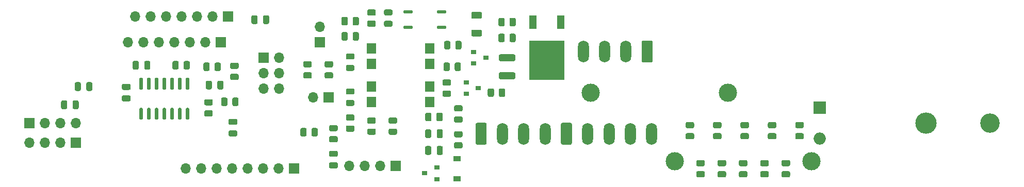
<source format=gts>
G04 #@! TF.GenerationSoftware,KiCad,Pcbnew,(5.1.9-0-10_14)*
G04 #@! TF.CreationDate,2023-05-20T00:30:08-04:00*
G04 #@! TF.ProjectId,LiBCM-Daughterboard,4c694243-4d2d-4446-9175-676874657262,A*
G04 #@! TF.SameCoordinates,Original*
G04 #@! TF.FileFunction,Soldermask,Top*
G04 #@! TF.FilePolarity,Negative*
%FSLAX46Y46*%
G04 Gerber Fmt 4.6, Leading zero omitted, Abs format (unit mm)*
G04 Created by KiCad (PCBNEW (5.1.9-0-10_14)) date 2023-05-20 00:30:08*
%MOMM*%
%LPD*%
G01*
G04 APERTURE LIST*
%ADD10C,3.000000*%
%ADD11R,1.200000X2.200000*%
%ADD12R,5.800000X6.400000*%
%ADD13O,1.700000X1.700000*%
%ADD14R,1.700000X1.700000*%
%ADD15R,0.900000X0.800000*%
%ADD16O,1.800000X3.600000*%
%ADD17R,1.500000X1.780000*%
%ADD18O,3.500000X3.500000*%
%ADD19R,2.000000X2.000000*%
%ADD20O,2.000000X2.000000*%
%ADD21C,3.200000*%
%ADD22R,1.200000X0.900000*%
G04 APERTURE END LIST*
D10*
G04 #@! TO.C,F1*
X213500000Y-140750000D03*
X191000000Y-140750000D03*
G04 #@! TD*
D11*
G04 #@! TO.C,Q1*
X186030000Y-129150000D03*
X181470000Y-129150000D03*
D12*
X183750000Y-135450000D03*
G04 #@! TD*
D10*
G04 #@! TO.C,F2*
X204750000Y-152000000D03*
X227250000Y-152000000D03*
G04 #@! TD*
G04 #@! TO.C,C2*
G36*
G01*
X106950000Y-142275000D02*
X106950000Y-143225000D01*
G75*
G02*
X106700000Y-143475000I-250000J0D01*
G01*
X106200000Y-143475000D01*
G75*
G02*
X105950000Y-143225000I0J250000D01*
G01*
X105950000Y-142275000D01*
G75*
G02*
X106200000Y-142025000I250000J0D01*
G01*
X106700000Y-142025000D01*
G75*
G02*
X106950000Y-142275000I0J-250000D01*
G01*
G37*
G36*
G01*
X105050000Y-142275000D02*
X105050000Y-143225000D01*
G75*
G02*
X104800000Y-143475000I-250000J0D01*
G01*
X104300000Y-143475000D01*
G75*
G02*
X104050000Y-143225000I0J250000D01*
G01*
X104050000Y-142275000D01*
G75*
G02*
X104300000Y-142025000I250000J0D01*
G01*
X104800000Y-142025000D01*
G75*
G02*
X105050000Y-142275000I0J-250000D01*
G01*
G37*
G04 #@! TD*
G04 #@! TO.C,C3*
G36*
G01*
X135300000Y-129225000D02*
X135300000Y-128275000D01*
G75*
G02*
X135550000Y-128025000I250000J0D01*
G01*
X136050000Y-128025000D01*
G75*
G02*
X136300000Y-128275000I0J-250000D01*
G01*
X136300000Y-129225000D01*
G75*
G02*
X136050000Y-129475000I-250000J0D01*
G01*
X135550000Y-129475000D01*
G75*
G02*
X135300000Y-129225000I0J250000D01*
G01*
G37*
G36*
G01*
X137200000Y-129225000D02*
X137200000Y-128275000D01*
G75*
G02*
X137450000Y-128025000I250000J0D01*
G01*
X137950000Y-128025000D01*
G75*
G02*
X138200000Y-128275000I0J-250000D01*
G01*
X138200000Y-129225000D01*
G75*
G02*
X137950000Y-129475000I-250000J0D01*
G01*
X137450000Y-129475000D01*
G75*
G02*
X137200000Y-129225000I0J250000D01*
G01*
G37*
G04 #@! TD*
G04 #@! TO.C,C1*
G36*
G01*
X128800000Y-139025000D02*
X128800000Y-139975000D01*
G75*
G02*
X128550000Y-140225000I-250000J0D01*
G01*
X128050000Y-140225000D01*
G75*
G02*
X127800000Y-139975000I0J250000D01*
G01*
X127800000Y-139025000D01*
G75*
G02*
X128050000Y-138775000I250000J0D01*
G01*
X128550000Y-138775000D01*
G75*
G02*
X128800000Y-139025000I0J-250000D01*
G01*
G37*
G36*
G01*
X130700000Y-139025000D02*
X130700000Y-139975000D01*
G75*
G02*
X130450000Y-140225000I-250000J0D01*
G01*
X129950000Y-140225000D01*
G75*
G02*
X129700000Y-139975000I0J250000D01*
G01*
X129700000Y-139025000D01*
G75*
G02*
X129950000Y-138775000I250000J0D01*
G01*
X130450000Y-138775000D01*
G75*
G02*
X130700000Y-139025000I0J-250000D01*
G01*
G37*
G04 #@! TD*
G04 #@! TO.C,C7*
G36*
G01*
X166700000Y-149775000D02*
X166700000Y-150725000D01*
G75*
G02*
X166450000Y-150975000I-250000J0D01*
G01*
X165950000Y-150975000D01*
G75*
G02*
X165700000Y-150725000I0J250000D01*
G01*
X165700000Y-149775000D01*
G75*
G02*
X165950000Y-149525000I250000J0D01*
G01*
X166450000Y-149525000D01*
G75*
G02*
X166700000Y-149775000I0J-250000D01*
G01*
G37*
G36*
G01*
X164800000Y-149775000D02*
X164800000Y-150725000D01*
G75*
G02*
X164550000Y-150975000I-250000J0D01*
G01*
X164050000Y-150975000D01*
G75*
G02*
X163800000Y-150725000I0J250000D01*
G01*
X163800000Y-149775000D01*
G75*
G02*
X164050000Y-149525000I250000J0D01*
G01*
X164550000Y-149525000D01*
G75*
G02*
X164800000Y-149775000I0J-250000D01*
G01*
G37*
G04 #@! TD*
D13*
G04 #@! TO.C,J3*
X116250000Y-128250000D03*
X118790000Y-128250000D03*
X121330000Y-128250000D03*
X123870000Y-128250000D03*
X126410000Y-128250000D03*
X128950000Y-128250000D03*
D14*
X131490000Y-128250000D03*
G04 #@! TD*
G04 #@! TO.C,J4*
X130250000Y-132500000D03*
D13*
X127710000Y-132500000D03*
X125170000Y-132500000D03*
X122630000Y-132500000D03*
X120090000Y-132500000D03*
X117550000Y-132500000D03*
X115010000Y-132500000D03*
G04 #@! TD*
D14*
G04 #@! TO.C,J9*
X159000000Y-152750000D03*
D13*
X156460000Y-152750000D03*
X153920000Y-152750000D03*
X151380000Y-152750000D03*
G04 #@! TD*
G04 #@! TO.C,R13*
G36*
G01*
X154549998Y-146650000D02*
X155450002Y-146650000D01*
G75*
G02*
X155700000Y-146899998I0J-249998D01*
G01*
X155700000Y-147425002D01*
G75*
G02*
X155450002Y-147675000I-249998J0D01*
G01*
X154549998Y-147675000D01*
G75*
G02*
X154300000Y-147425002I0J249998D01*
G01*
X154300000Y-146899998D01*
G75*
G02*
X154549998Y-146650000I249998J0D01*
G01*
G37*
G36*
G01*
X154549998Y-144825000D02*
X155450002Y-144825000D01*
G75*
G02*
X155700000Y-145074998I0J-249998D01*
G01*
X155700000Y-145600002D01*
G75*
G02*
X155450002Y-145850000I-249998J0D01*
G01*
X154549998Y-145850000D01*
G75*
G02*
X154300000Y-145600002I0J249998D01*
G01*
X154300000Y-145074998D01*
G75*
G02*
X154549998Y-144825000I249998J0D01*
G01*
G37*
G04 #@! TD*
G04 #@! TO.C,R11*
G36*
G01*
X144049998Y-135575000D02*
X144950002Y-135575000D01*
G75*
G02*
X145200000Y-135824998I0J-249998D01*
G01*
X145200000Y-136350002D01*
G75*
G02*
X144950002Y-136600000I-249998J0D01*
G01*
X144049998Y-136600000D01*
G75*
G02*
X143800000Y-136350002I0J249998D01*
G01*
X143800000Y-135824998D01*
G75*
G02*
X144049998Y-135575000I249998J0D01*
G01*
G37*
G36*
G01*
X144049998Y-137400000D02*
X144950002Y-137400000D01*
G75*
G02*
X145200000Y-137649998I0J-249998D01*
G01*
X145200000Y-138175002D01*
G75*
G02*
X144950002Y-138425000I-249998J0D01*
G01*
X144049998Y-138425000D01*
G75*
G02*
X143800000Y-138175002I0J249998D01*
G01*
X143800000Y-137649998D01*
G75*
G02*
X144049998Y-137400000I249998J0D01*
G01*
G37*
G04 #@! TD*
G04 #@! TO.C,R8*
G36*
G01*
X152925000Y-131049998D02*
X152925000Y-131950002D01*
G75*
G02*
X152675002Y-132200000I-249998J0D01*
G01*
X152149998Y-132200000D01*
G75*
G02*
X151900000Y-131950002I0J249998D01*
G01*
X151900000Y-131049998D01*
G75*
G02*
X152149998Y-130800000I249998J0D01*
G01*
X152675002Y-130800000D01*
G75*
G02*
X152925000Y-131049998I0J-249998D01*
G01*
G37*
G36*
G01*
X151100000Y-131049998D02*
X151100000Y-131950002D01*
G75*
G02*
X150850002Y-132200000I-249998J0D01*
G01*
X150324998Y-132200000D01*
G75*
G02*
X150075000Y-131950002I0J249998D01*
G01*
X150075000Y-131049998D01*
G75*
G02*
X150324998Y-130800000I249998J0D01*
G01*
X150850002Y-130800000D01*
G75*
G02*
X151100000Y-131049998I0J-249998D01*
G01*
G37*
G04 #@! TD*
G04 #@! TO.C,R9*
G36*
G01*
X154549998Y-128900000D02*
X155450002Y-128900000D01*
G75*
G02*
X155700000Y-129149998I0J-249998D01*
G01*
X155700000Y-129675002D01*
G75*
G02*
X155450002Y-129925000I-249998J0D01*
G01*
X154549998Y-129925000D01*
G75*
G02*
X154300000Y-129675002I0J249998D01*
G01*
X154300000Y-129149998D01*
G75*
G02*
X154549998Y-128900000I249998J0D01*
G01*
G37*
G36*
G01*
X154549998Y-127075000D02*
X155450002Y-127075000D01*
G75*
G02*
X155700000Y-127324998I0J-249998D01*
G01*
X155700000Y-127850002D01*
G75*
G02*
X155450002Y-128100000I-249998J0D01*
G01*
X154549998Y-128100000D01*
G75*
G02*
X154300000Y-127850002I0J249998D01*
G01*
X154300000Y-127324998D01*
G75*
G02*
X154549998Y-127075000I249998J0D01*
G01*
G37*
G04 #@! TD*
G04 #@! TO.C,R10*
G36*
G01*
X151100000Y-128549998D02*
X151100000Y-129450002D01*
G75*
G02*
X150850002Y-129700000I-249998J0D01*
G01*
X150324998Y-129700000D01*
G75*
G02*
X150075000Y-129450002I0J249998D01*
G01*
X150075000Y-128549998D01*
G75*
G02*
X150324998Y-128300000I249998J0D01*
G01*
X150850002Y-128300000D01*
G75*
G02*
X151100000Y-128549998I0J-249998D01*
G01*
G37*
G36*
G01*
X152925000Y-128549998D02*
X152925000Y-129450002D01*
G75*
G02*
X152675002Y-129700000I-249998J0D01*
G01*
X152149998Y-129700000D01*
G75*
G02*
X151900000Y-129450002I0J249998D01*
G01*
X151900000Y-128549998D01*
G75*
G02*
X152149998Y-128300000I249998J0D01*
G01*
X152675002Y-128300000D01*
G75*
G02*
X152925000Y-128549998I0J-249998D01*
G01*
G37*
G04 #@! TD*
G04 #@! TO.C,R15*
G36*
G01*
X171624997Y-127475000D02*
X172875003Y-127475000D01*
G75*
G02*
X173125000Y-127724997I0J-249997D01*
G01*
X173125000Y-128350003D01*
G75*
G02*
X172875003Y-128600000I-249997J0D01*
G01*
X171624997Y-128600000D01*
G75*
G02*
X171375000Y-128350003I0J249997D01*
G01*
X171375000Y-127724997D01*
G75*
G02*
X171624997Y-127475000I249997J0D01*
G01*
G37*
G36*
G01*
X171624997Y-130400000D02*
X172875003Y-130400000D01*
G75*
G02*
X173125000Y-130649997I0J-249997D01*
G01*
X173125000Y-131275003D01*
G75*
G02*
X172875003Y-131525000I-249997J0D01*
G01*
X171624997Y-131525000D01*
G75*
G02*
X171375000Y-131275003I0J249997D01*
G01*
X171375000Y-130649997D01*
G75*
G02*
X171624997Y-130400000I249997J0D01*
G01*
G37*
G04 #@! TD*
G04 #@! TO.C,R16*
G36*
G01*
X211299998Y-147400000D02*
X212200002Y-147400000D01*
G75*
G02*
X212450000Y-147649998I0J-249998D01*
G01*
X212450000Y-148175002D01*
G75*
G02*
X212200002Y-148425000I-249998J0D01*
G01*
X211299998Y-148425000D01*
G75*
G02*
X211050000Y-148175002I0J249998D01*
G01*
X211050000Y-147649998D01*
G75*
G02*
X211299998Y-147400000I249998J0D01*
G01*
G37*
G36*
G01*
X211299998Y-145575000D02*
X212200002Y-145575000D01*
G75*
G02*
X212450000Y-145824998I0J-249998D01*
G01*
X212450000Y-146350002D01*
G75*
G02*
X212200002Y-146600000I-249998J0D01*
G01*
X211299998Y-146600000D01*
G75*
G02*
X211050000Y-146350002I0J249998D01*
G01*
X211050000Y-145824998D01*
G75*
G02*
X211299998Y-145575000I249998J0D01*
G01*
G37*
G04 #@! TD*
G04 #@! TO.C,R17*
G36*
G01*
X208549998Y-153650000D02*
X209450002Y-153650000D01*
G75*
G02*
X209700000Y-153899998I0J-249998D01*
G01*
X209700000Y-154425002D01*
G75*
G02*
X209450002Y-154675000I-249998J0D01*
G01*
X208549998Y-154675000D01*
G75*
G02*
X208300000Y-154425002I0J249998D01*
G01*
X208300000Y-153899998D01*
G75*
G02*
X208549998Y-153650000I249998J0D01*
G01*
G37*
G36*
G01*
X208549998Y-151825000D02*
X209450002Y-151825000D01*
G75*
G02*
X209700000Y-152074998I0J-249998D01*
G01*
X209700000Y-152600002D01*
G75*
G02*
X209450002Y-152850000I-249998J0D01*
G01*
X208549998Y-152850000D01*
G75*
G02*
X208300000Y-152600002I0J249998D01*
G01*
X208300000Y-152074998D01*
G75*
G02*
X208549998Y-151825000I249998J0D01*
G01*
G37*
G04 #@! TD*
G04 #@! TO.C,R19*
G36*
G01*
X206799998Y-147400000D02*
X207700002Y-147400000D01*
G75*
G02*
X207950000Y-147649998I0J-249998D01*
G01*
X207950000Y-148175002D01*
G75*
G02*
X207700002Y-148425000I-249998J0D01*
G01*
X206799998Y-148425000D01*
G75*
G02*
X206550000Y-148175002I0J249998D01*
G01*
X206550000Y-147649998D01*
G75*
G02*
X206799998Y-147400000I249998J0D01*
G01*
G37*
G36*
G01*
X206799998Y-145575000D02*
X207700002Y-145575000D01*
G75*
G02*
X207950000Y-145824998I0J-249998D01*
G01*
X207950000Y-146350002D01*
G75*
G02*
X207700002Y-146600000I-249998J0D01*
G01*
X206799998Y-146600000D01*
G75*
G02*
X206550000Y-146350002I0J249998D01*
G01*
X206550000Y-145824998D01*
G75*
G02*
X206799998Y-145575000I249998J0D01*
G01*
G37*
G04 #@! TD*
G04 #@! TO.C,R20*
G36*
G01*
X212049998Y-153650000D02*
X212950002Y-153650000D01*
G75*
G02*
X213200000Y-153899998I0J-249998D01*
G01*
X213200000Y-154425002D01*
G75*
G02*
X212950002Y-154675000I-249998J0D01*
G01*
X212049998Y-154675000D01*
G75*
G02*
X211800000Y-154425002I0J249998D01*
G01*
X211800000Y-153899998D01*
G75*
G02*
X212049998Y-153650000I249998J0D01*
G01*
G37*
G36*
G01*
X212049998Y-151825000D02*
X212950002Y-151825000D01*
G75*
G02*
X213200000Y-152074998I0J-249998D01*
G01*
X213200000Y-152600002D01*
G75*
G02*
X212950002Y-152850000I-249998J0D01*
G01*
X212049998Y-152850000D01*
G75*
G02*
X211800000Y-152600002I0J249998D01*
G01*
X211800000Y-152074998D01*
G75*
G02*
X212049998Y-151825000I249998J0D01*
G01*
G37*
G04 #@! TD*
D15*
G04 #@! TO.C,U2*
X163750000Y-154000000D03*
X165750000Y-153050000D03*
X165750000Y-154950000D03*
G04 #@! TD*
G04 #@! TO.C,D1*
G36*
G01*
X157293750Y-128950000D02*
X158206250Y-128950000D01*
G75*
G02*
X158450000Y-129193750I0J-243750D01*
G01*
X158450000Y-129681250D01*
G75*
G02*
X158206250Y-129925000I-243750J0D01*
G01*
X157293750Y-129925000D01*
G75*
G02*
X157050000Y-129681250I0J243750D01*
G01*
X157050000Y-129193750D01*
G75*
G02*
X157293750Y-128950000I243750J0D01*
G01*
G37*
G36*
G01*
X157293750Y-127075000D02*
X158206250Y-127075000D01*
G75*
G02*
X158450000Y-127318750I0J-243750D01*
G01*
X158450000Y-127806250D01*
G75*
G02*
X158206250Y-128050000I-243750J0D01*
G01*
X157293750Y-128050000D01*
G75*
G02*
X157050000Y-127806250I0J243750D01*
G01*
X157050000Y-127318750D01*
G75*
G02*
X157293750Y-127075000I243750J0D01*
G01*
G37*
G04 #@! TD*
G04 #@! TO.C,D2*
G36*
G01*
X151956250Y-137175000D02*
X151043750Y-137175000D01*
G75*
G02*
X150800000Y-136931250I0J243750D01*
G01*
X150800000Y-136443750D01*
G75*
G02*
X151043750Y-136200000I243750J0D01*
G01*
X151956250Y-136200000D01*
G75*
G02*
X152200000Y-136443750I0J-243750D01*
G01*
X152200000Y-136931250D01*
G75*
G02*
X151956250Y-137175000I-243750J0D01*
G01*
G37*
G36*
G01*
X151956250Y-135300000D02*
X151043750Y-135300000D01*
G75*
G02*
X150800000Y-135056250I0J243750D01*
G01*
X150800000Y-134568750D01*
G75*
G02*
X151043750Y-134325000I243750J0D01*
G01*
X151956250Y-134325000D01*
G75*
G02*
X152200000Y-134568750I0J-243750D01*
G01*
X152200000Y-135056250D01*
G75*
G02*
X151956250Y-135300000I-243750J0D01*
G01*
G37*
G04 #@! TD*
D14*
G04 #@! TO.C,J12*
X148000000Y-141500000D03*
D13*
X145460000Y-141500000D03*
G04 #@! TD*
D14*
G04 #@! TO.C,J5*
X137250000Y-135000000D03*
D13*
X139790000Y-135000000D03*
X137250000Y-137540000D03*
X139790000Y-137540000D03*
X137250000Y-140080000D03*
X139790000Y-140080000D03*
G04 #@! TD*
G04 #@! TO.C,J10*
G36*
G01*
X201150000Y-132450000D02*
X201150000Y-135550000D01*
G75*
G02*
X200900000Y-135800000I-250000J0D01*
G01*
X199600000Y-135800000D01*
G75*
G02*
X199350000Y-135550000I0J250000D01*
G01*
X199350000Y-132450000D01*
G75*
G02*
X199600000Y-132200000I250000J0D01*
G01*
X200900000Y-132200000D01*
G75*
G02*
X201150000Y-132450000I0J-250000D01*
G01*
G37*
D16*
X196750000Y-134000000D03*
X193250000Y-134000000D03*
X189750000Y-134000000D03*
G04 #@! TD*
G04 #@! TO.C,J11*
G36*
G01*
X172100000Y-149050000D02*
X172100000Y-145950000D01*
G75*
G02*
X172350000Y-145700000I250000J0D01*
G01*
X173650000Y-145700000D01*
G75*
G02*
X173900000Y-145950000I0J-250000D01*
G01*
X173900000Y-149050000D01*
G75*
G02*
X173650000Y-149300000I-250000J0D01*
G01*
X172350000Y-149300000D01*
G75*
G02*
X172100000Y-149050000I0J250000D01*
G01*
G37*
X176500000Y-147500000D03*
X180000000Y-147500000D03*
X183500000Y-147500000D03*
G04 #@! TD*
G04 #@! TO.C,R12*
G36*
G01*
X151049998Y-146150000D02*
X151950002Y-146150000D01*
G75*
G02*
X152200000Y-146399998I0J-249998D01*
G01*
X152200000Y-146925002D01*
G75*
G02*
X151950002Y-147175000I-249998J0D01*
G01*
X151049998Y-147175000D01*
G75*
G02*
X150800000Y-146925002I0J249998D01*
G01*
X150800000Y-146399998D01*
G75*
G02*
X151049998Y-146150000I249998J0D01*
G01*
G37*
G36*
G01*
X151049998Y-144325000D02*
X151950002Y-144325000D01*
G75*
G02*
X152200000Y-144574998I0J-249998D01*
G01*
X152200000Y-145100002D01*
G75*
G02*
X151950002Y-145350000I-249998J0D01*
G01*
X151049998Y-145350000D01*
G75*
G02*
X150800000Y-145100002I0J249998D01*
G01*
X150800000Y-144574998D01*
G75*
G02*
X151049998Y-144325000I249998J0D01*
G01*
G37*
G04 #@! TD*
G04 #@! TO.C,R14*
G36*
G01*
X148450002Y-138425000D02*
X147549998Y-138425000D01*
G75*
G02*
X147300000Y-138175002I0J249998D01*
G01*
X147300000Y-137649998D01*
G75*
G02*
X147549998Y-137400000I249998J0D01*
G01*
X148450002Y-137400000D01*
G75*
G02*
X148700000Y-137649998I0J-249998D01*
G01*
X148700000Y-138175002D01*
G75*
G02*
X148450002Y-138425000I-249998J0D01*
G01*
G37*
G36*
G01*
X148450002Y-136600000D02*
X147549998Y-136600000D01*
G75*
G02*
X147300000Y-136350002I0J249998D01*
G01*
X147300000Y-135824998D01*
G75*
G02*
X147549998Y-135575000I249998J0D01*
G01*
X148450002Y-135575000D01*
G75*
G02*
X148700000Y-135824998I0J-249998D01*
G01*
X148700000Y-136350002D01*
G75*
G02*
X148450002Y-136600000I-249998J0D01*
G01*
G37*
G04 #@! TD*
D17*
G04 #@! TO.C,U3*
X154985000Y-133480000D03*
X164515000Y-136020000D03*
X154985000Y-136020000D03*
X164515000Y-133480000D03*
G04 #@! TD*
D14*
G04 #@! TO.C,J8*
X146500000Y-132500000D03*
D13*
X146500000Y-129960000D03*
G04 #@! TD*
D14*
G04 #@! TO.C,J7*
X142250000Y-153250000D03*
D13*
X139710000Y-153250000D03*
X137170000Y-153250000D03*
X134630000Y-153250000D03*
X132090000Y-153250000D03*
X129550000Y-153250000D03*
X127010000Y-153250000D03*
X124470000Y-153250000D03*
G04 #@! TD*
D14*
G04 #@! TO.C,J6*
X98880000Y-145750000D03*
D13*
X101420000Y-145750000D03*
X103960000Y-145750000D03*
X106500000Y-145750000D03*
G04 #@! TD*
D18*
G04 #@! TO.C,D3*
X245980000Y-145760000D03*
D19*
X228570000Y-143220000D03*
D20*
X228570000Y-148300000D03*
G04 #@! TD*
D21*
G04 #@! TO.C,H1*
X256500000Y-145750000D03*
G04 #@! TD*
G04 #@! TO.C,C9*
G36*
G01*
X115800000Y-136725000D02*
X115800000Y-135775000D01*
G75*
G02*
X116050000Y-135525000I250000J0D01*
G01*
X116550000Y-135525000D01*
G75*
G02*
X116800000Y-135775000I0J-250000D01*
G01*
X116800000Y-136725000D01*
G75*
G02*
X116550000Y-136975000I-250000J0D01*
G01*
X116050000Y-136975000D01*
G75*
G02*
X115800000Y-136725000I0J250000D01*
G01*
G37*
G36*
G01*
X117700000Y-136725000D02*
X117700000Y-135775000D01*
G75*
G02*
X117950000Y-135525000I250000J0D01*
G01*
X118450000Y-135525000D01*
G75*
G02*
X118700000Y-135775000I0J-250000D01*
G01*
X118700000Y-136725000D01*
G75*
G02*
X118450000Y-136975000I-250000J0D01*
G01*
X117950000Y-136975000D01*
G75*
G02*
X117700000Y-136725000I0J250000D01*
G01*
G37*
G04 #@! TD*
G04 #@! TO.C,C10*
G36*
G01*
X107300000Y-139275000D02*
X107300000Y-140225000D01*
G75*
G02*
X107050000Y-140475000I-250000J0D01*
G01*
X106550000Y-140475000D01*
G75*
G02*
X106300000Y-140225000I0J250000D01*
G01*
X106300000Y-139275000D01*
G75*
G02*
X106550000Y-139025000I250000J0D01*
G01*
X107050000Y-139025000D01*
G75*
G02*
X107300000Y-139275000I0J-250000D01*
G01*
G37*
G36*
G01*
X109200000Y-139275000D02*
X109200000Y-140225000D01*
G75*
G02*
X108950000Y-140475000I-250000J0D01*
G01*
X108450000Y-140475000D01*
G75*
G02*
X108200000Y-140225000I0J250000D01*
G01*
X108200000Y-139275000D01*
G75*
G02*
X108450000Y-139025000I250000J0D01*
G01*
X108950000Y-139025000D01*
G75*
G02*
X109200000Y-139275000I0J-250000D01*
G01*
G37*
G04 #@! TD*
G04 #@! TO.C,C11*
G36*
G01*
X132725000Y-147950000D02*
X131775000Y-147950000D01*
G75*
G02*
X131525000Y-147700000I0J250000D01*
G01*
X131525000Y-147200000D01*
G75*
G02*
X131775000Y-146950000I250000J0D01*
G01*
X132725000Y-146950000D01*
G75*
G02*
X132975000Y-147200000I0J-250000D01*
G01*
X132975000Y-147700000D01*
G75*
G02*
X132725000Y-147950000I-250000J0D01*
G01*
G37*
G36*
G01*
X132725000Y-146050000D02*
X131775000Y-146050000D01*
G75*
G02*
X131525000Y-145800000I0J250000D01*
G01*
X131525000Y-145300000D01*
G75*
G02*
X131775000Y-145050000I250000J0D01*
G01*
X132725000Y-145050000D01*
G75*
G02*
X132975000Y-145300000I0J-250000D01*
G01*
X132975000Y-145800000D01*
G75*
G02*
X132725000Y-146050000I-250000J0D01*
G01*
G37*
G04 #@! TD*
D14*
G04 #@! TO.C,J2*
X106500000Y-149000000D03*
D13*
X103960000Y-149000000D03*
X101420000Y-149000000D03*
X98880000Y-149000000D03*
G04 #@! TD*
D22*
G04 #@! TO.C,D4*
X169000000Y-154900000D03*
X169000000Y-151600000D03*
G04 #@! TD*
G04 #@! TO.C,C4*
G36*
G01*
X148275000Y-152200000D02*
X149225000Y-152200000D01*
G75*
G02*
X149475000Y-152450000I0J-250000D01*
G01*
X149475000Y-152950000D01*
G75*
G02*
X149225000Y-153200000I-250000J0D01*
G01*
X148275000Y-153200000D01*
G75*
G02*
X148025000Y-152950000I0J250000D01*
G01*
X148025000Y-152450000D01*
G75*
G02*
X148275000Y-152200000I250000J0D01*
G01*
G37*
G36*
G01*
X148275000Y-150300000D02*
X149225000Y-150300000D01*
G75*
G02*
X149475000Y-150550000I0J-250000D01*
G01*
X149475000Y-151050000D01*
G75*
G02*
X149225000Y-151300000I-250000J0D01*
G01*
X148275000Y-151300000D01*
G75*
G02*
X148025000Y-151050000I0J250000D01*
G01*
X148025000Y-150550000D01*
G75*
G02*
X148275000Y-150300000I250000J0D01*
G01*
G37*
G04 #@! TD*
G04 #@! TO.C,C8*
G36*
G01*
X166700000Y-147025000D02*
X166700000Y-147975000D01*
G75*
G02*
X166450000Y-148225000I-250000J0D01*
G01*
X165950000Y-148225000D01*
G75*
G02*
X165700000Y-147975000I0J250000D01*
G01*
X165700000Y-147025000D01*
G75*
G02*
X165950000Y-146775000I250000J0D01*
G01*
X166450000Y-146775000D01*
G75*
G02*
X166700000Y-147025000I0J-250000D01*
G01*
G37*
G36*
G01*
X164800000Y-147025000D02*
X164800000Y-147975000D01*
G75*
G02*
X164550000Y-148225000I-250000J0D01*
G01*
X164050000Y-148225000D01*
G75*
G02*
X163800000Y-147975000I0J250000D01*
G01*
X163800000Y-147025000D01*
G75*
G02*
X164050000Y-146775000I250000J0D01*
G01*
X164550000Y-146775000D01*
G75*
G02*
X164800000Y-147025000I0J-250000D01*
G01*
G37*
G04 #@! TD*
G04 #@! TO.C,D5*
G36*
G01*
X151956250Y-142925000D02*
X151043750Y-142925000D01*
G75*
G02*
X150800000Y-142681250I0J243750D01*
G01*
X150800000Y-142193750D01*
G75*
G02*
X151043750Y-141950000I243750J0D01*
G01*
X151956250Y-141950000D01*
G75*
G02*
X152200000Y-142193750I0J-243750D01*
G01*
X152200000Y-142681250D01*
G75*
G02*
X151956250Y-142925000I-243750J0D01*
G01*
G37*
G36*
G01*
X151956250Y-141050000D02*
X151043750Y-141050000D01*
G75*
G02*
X150800000Y-140806250I0J243750D01*
G01*
X150800000Y-140318750D01*
G75*
G02*
X151043750Y-140075000I243750J0D01*
G01*
X151956250Y-140075000D01*
G75*
G02*
X152200000Y-140318750I0J-243750D01*
G01*
X152200000Y-140806250D01*
G75*
G02*
X151956250Y-141050000I-243750J0D01*
G01*
G37*
G04 #@! TD*
D15*
G04 #@! TO.C,Q2*
X172550000Y-140000000D03*
X170550000Y-140950000D03*
X170550000Y-139050000D03*
G04 #@! TD*
G04 #@! TO.C,Q3*
X171750000Y-134050000D03*
X171750000Y-135950000D03*
X173750000Y-135000000D03*
G04 #@! TD*
G04 #@! TO.C,R1*
G36*
G01*
X149200001Y-147100000D02*
X148299999Y-147100000D01*
G75*
G02*
X148050000Y-146850001I0J249999D01*
G01*
X148050000Y-146324999D01*
G75*
G02*
X148299999Y-146075000I249999J0D01*
G01*
X149200001Y-146075000D01*
G75*
G02*
X149450000Y-146324999I0J-249999D01*
G01*
X149450000Y-146850001D01*
G75*
G02*
X149200001Y-147100000I-249999J0D01*
G01*
G37*
G36*
G01*
X149200001Y-148925000D02*
X148299999Y-148925000D01*
G75*
G02*
X148050000Y-148675001I0J249999D01*
G01*
X148050000Y-148149999D01*
G75*
G02*
X148299999Y-147900000I249999J0D01*
G01*
X149200001Y-147900000D01*
G75*
G02*
X149450000Y-148149999I0J-249999D01*
G01*
X149450000Y-148675001D01*
G75*
G02*
X149200001Y-148925000I-249999J0D01*
G01*
G37*
G04 #@! TD*
G04 #@! TO.C,R2*
G36*
G01*
X158049999Y-144825000D02*
X158950001Y-144825000D01*
G75*
G02*
X159200000Y-145074999I0J-249999D01*
G01*
X159200000Y-145600001D01*
G75*
G02*
X158950001Y-145850000I-249999J0D01*
G01*
X158049999Y-145850000D01*
G75*
G02*
X157800000Y-145600001I0J249999D01*
G01*
X157800000Y-145074999D01*
G75*
G02*
X158049999Y-144825000I249999J0D01*
G01*
G37*
G36*
G01*
X158049999Y-146650000D02*
X158950001Y-146650000D01*
G75*
G02*
X159200000Y-146899999I0J-249999D01*
G01*
X159200000Y-147425001D01*
G75*
G02*
X158950001Y-147675000I-249999J0D01*
G01*
X158049999Y-147675000D01*
G75*
G02*
X157800000Y-147425001I0J249999D01*
G01*
X157800000Y-146899999D01*
G75*
G02*
X158049999Y-146650000I249999J0D01*
G01*
G37*
G04 #@! TD*
G04 #@! TO.C,R3*
G36*
G01*
X224799999Y-147400000D02*
X225700001Y-147400000D01*
G75*
G02*
X225950000Y-147649999I0J-249999D01*
G01*
X225950000Y-148175001D01*
G75*
G02*
X225700001Y-148425000I-249999J0D01*
G01*
X224799999Y-148425000D01*
G75*
G02*
X224550000Y-148175001I0J249999D01*
G01*
X224550000Y-147649999D01*
G75*
G02*
X224799999Y-147400000I249999J0D01*
G01*
G37*
G36*
G01*
X224799999Y-145575000D02*
X225700001Y-145575000D01*
G75*
G02*
X225950000Y-145824999I0J-249999D01*
G01*
X225950000Y-146350001D01*
G75*
G02*
X225700001Y-146600000I-249999J0D01*
G01*
X224799999Y-146600000D01*
G75*
G02*
X224550000Y-146350001I0J249999D01*
G01*
X224550000Y-145824999D01*
G75*
G02*
X224799999Y-145575000I249999J0D01*
G01*
G37*
G04 #@! TD*
G04 #@! TO.C,R4*
G36*
G01*
X222549999Y-153650000D02*
X223450001Y-153650000D01*
G75*
G02*
X223700000Y-153899999I0J-249999D01*
G01*
X223700000Y-154425001D01*
G75*
G02*
X223450001Y-154675000I-249999J0D01*
G01*
X222549999Y-154675000D01*
G75*
G02*
X222300000Y-154425001I0J249999D01*
G01*
X222300000Y-153899999D01*
G75*
G02*
X222549999Y-153650000I249999J0D01*
G01*
G37*
G36*
G01*
X222549999Y-151825000D02*
X223450001Y-151825000D01*
G75*
G02*
X223700000Y-152074999I0J-249999D01*
G01*
X223700000Y-152600001D01*
G75*
G02*
X223450001Y-152850000I-249999J0D01*
G01*
X222549999Y-152850000D01*
G75*
G02*
X222300000Y-152600001I0J249999D01*
G01*
X222300000Y-152074999D01*
G75*
G02*
X222549999Y-151825000I249999J0D01*
G01*
G37*
G04 #@! TD*
G04 #@! TO.C,R5*
G36*
G01*
X220299999Y-145575000D02*
X221200001Y-145575000D01*
G75*
G02*
X221450000Y-145824999I0J-249999D01*
G01*
X221450000Y-146350001D01*
G75*
G02*
X221200001Y-146600000I-249999J0D01*
G01*
X220299999Y-146600000D01*
G75*
G02*
X220050000Y-146350001I0J249999D01*
G01*
X220050000Y-145824999D01*
G75*
G02*
X220299999Y-145575000I249999J0D01*
G01*
G37*
G36*
G01*
X220299999Y-147400000D02*
X221200001Y-147400000D01*
G75*
G02*
X221450000Y-147649999I0J-249999D01*
G01*
X221450000Y-148175001D01*
G75*
G02*
X221200001Y-148425000I-249999J0D01*
G01*
X220299999Y-148425000D01*
G75*
G02*
X220050000Y-148175001I0J249999D01*
G01*
X220050000Y-147649999D01*
G75*
G02*
X220299999Y-147400000I249999J0D01*
G01*
G37*
G04 #@! TD*
G04 #@! TO.C,R6*
G36*
G01*
X215549999Y-151825000D02*
X216450001Y-151825000D01*
G75*
G02*
X216700000Y-152074999I0J-249999D01*
G01*
X216700000Y-152600001D01*
G75*
G02*
X216450001Y-152850000I-249999J0D01*
G01*
X215549999Y-152850000D01*
G75*
G02*
X215300000Y-152600001I0J249999D01*
G01*
X215300000Y-152074999D01*
G75*
G02*
X215549999Y-151825000I249999J0D01*
G01*
G37*
G36*
G01*
X215549999Y-153650000D02*
X216450001Y-153650000D01*
G75*
G02*
X216700000Y-153899999I0J-249999D01*
G01*
X216700000Y-154425001D01*
G75*
G02*
X216450001Y-154675000I-249999J0D01*
G01*
X215549999Y-154675000D01*
G75*
G02*
X215300000Y-154425001I0J249999D01*
G01*
X215300000Y-153899999D01*
G75*
G02*
X215549999Y-153650000I249999J0D01*
G01*
G37*
G04 #@! TD*
G04 #@! TO.C,R7*
G36*
G01*
X215799999Y-145575000D02*
X216700001Y-145575000D01*
G75*
G02*
X216950000Y-145824999I0J-249999D01*
G01*
X216950000Y-146350001D01*
G75*
G02*
X216700001Y-146600000I-249999J0D01*
G01*
X215799999Y-146600000D01*
G75*
G02*
X215550000Y-146350001I0J249999D01*
G01*
X215550000Y-145824999D01*
G75*
G02*
X215799999Y-145575000I249999J0D01*
G01*
G37*
G36*
G01*
X215799999Y-147400000D02*
X216700001Y-147400000D01*
G75*
G02*
X216950000Y-147649999I0J-249999D01*
G01*
X216950000Y-148175001D01*
G75*
G02*
X216700001Y-148425000I-249999J0D01*
G01*
X215799999Y-148425000D01*
G75*
G02*
X215550000Y-148175001I0J249999D01*
G01*
X215550000Y-147649999D01*
G75*
G02*
X215799999Y-147400000I249999J0D01*
G01*
G37*
G04 #@! TD*
G04 #@! TO.C,R18*
G36*
G01*
X219049999Y-153650000D02*
X219950001Y-153650000D01*
G75*
G02*
X220200000Y-153899999I0J-249999D01*
G01*
X220200000Y-154425001D01*
G75*
G02*
X219950001Y-154675000I-249999J0D01*
G01*
X219049999Y-154675000D01*
G75*
G02*
X218800000Y-154425001I0J249999D01*
G01*
X218800000Y-153899999D01*
G75*
G02*
X219049999Y-153650000I249999J0D01*
G01*
G37*
G36*
G01*
X219049999Y-151825000D02*
X219950001Y-151825000D01*
G75*
G02*
X220200000Y-152074999I0J-249999D01*
G01*
X220200000Y-152600001D01*
G75*
G02*
X219950001Y-152850000I-249999J0D01*
G01*
X219049999Y-152850000D01*
G75*
G02*
X218800000Y-152600001I0J249999D01*
G01*
X218800000Y-152074999D01*
G75*
G02*
X219049999Y-151825000I249999J0D01*
G01*
G37*
G04 #@! TD*
G04 #@! TO.C,R21*
G36*
G01*
X143325000Y-147700001D02*
X143325000Y-146799999D01*
G75*
G02*
X143574999Y-146550000I249999J0D01*
G01*
X144100001Y-146550000D01*
G75*
G02*
X144350000Y-146799999I0J-249999D01*
G01*
X144350000Y-147700001D01*
G75*
G02*
X144100001Y-147950000I-249999J0D01*
G01*
X143574999Y-147950000D01*
G75*
G02*
X143325000Y-147700001I0J249999D01*
G01*
G37*
G36*
G01*
X145150000Y-147700001D02*
X145150000Y-146799999D01*
G75*
G02*
X145399999Y-146550000I249999J0D01*
G01*
X145925001Y-146550000D01*
G75*
G02*
X146175000Y-146799999I0J-249999D01*
G01*
X146175000Y-147700001D01*
G75*
G02*
X145925001Y-147950000I-249999J0D01*
G01*
X145399999Y-147950000D01*
G75*
G02*
X145150000Y-147700001I0J249999D01*
G01*
G37*
G04 #@! TD*
G04 #@! TO.C,R22*
G36*
G01*
X176850000Y-128699999D02*
X176850000Y-129600001D01*
G75*
G02*
X176600001Y-129850000I-249999J0D01*
G01*
X176074999Y-129850000D01*
G75*
G02*
X175825000Y-129600001I0J249999D01*
G01*
X175825000Y-128699999D01*
G75*
G02*
X176074999Y-128450000I249999J0D01*
G01*
X176600001Y-128450000D01*
G75*
G02*
X176850000Y-128699999I0J-249999D01*
G01*
G37*
G36*
G01*
X178675000Y-128699999D02*
X178675000Y-129600001D01*
G75*
G02*
X178425001Y-129850000I-249999J0D01*
G01*
X177899999Y-129850000D01*
G75*
G02*
X177650000Y-129600001I0J249999D01*
G01*
X177650000Y-128699999D01*
G75*
G02*
X177899999Y-128450000I249999J0D01*
G01*
X178425001Y-128450000D01*
G75*
G02*
X178675000Y-128699999I0J-249999D01*
G01*
G37*
G04 #@! TD*
G04 #@! TO.C,R23*
G36*
G01*
X169700001Y-148100000D02*
X168799999Y-148100000D01*
G75*
G02*
X168550000Y-147850001I0J249999D01*
G01*
X168550000Y-147324999D01*
G75*
G02*
X168799999Y-147075000I249999J0D01*
G01*
X169700001Y-147075000D01*
G75*
G02*
X169950000Y-147324999I0J-249999D01*
G01*
X169950000Y-147850001D01*
G75*
G02*
X169700001Y-148100000I-249999J0D01*
G01*
G37*
G36*
G01*
X169700001Y-149925000D02*
X168799999Y-149925000D01*
G75*
G02*
X168550000Y-149675001I0J249999D01*
G01*
X168550000Y-149149999D01*
G75*
G02*
X168799999Y-148900000I249999J0D01*
G01*
X169700001Y-148900000D01*
G75*
G02*
X169950000Y-149149999I0J-249999D01*
G01*
X169950000Y-149675001D01*
G75*
G02*
X169700001Y-149925000I-249999J0D01*
G01*
G37*
G04 #@! TD*
G04 #@! TO.C,R24*
G36*
G01*
X175100000Y-140299999D02*
X175100000Y-141200001D01*
G75*
G02*
X174850001Y-141450000I-249999J0D01*
G01*
X174324999Y-141450000D01*
G75*
G02*
X174075000Y-141200001I0J249999D01*
G01*
X174075000Y-140299999D01*
G75*
G02*
X174324999Y-140050000I249999J0D01*
G01*
X174850001Y-140050000D01*
G75*
G02*
X175100000Y-140299999I0J-249999D01*
G01*
G37*
G36*
G01*
X176925000Y-140299999D02*
X176925000Y-141200001D01*
G75*
G02*
X176675001Y-141450000I-249999J0D01*
G01*
X176149999Y-141450000D01*
G75*
G02*
X175900000Y-141200001I0J249999D01*
G01*
X175900000Y-140299999D01*
G75*
G02*
X176149999Y-140050000I249999J0D01*
G01*
X176675001Y-140050000D01*
G75*
G02*
X176925000Y-140299999I0J-249999D01*
G01*
G37*
G04 #@! TD*
G04 #@! TO.C,R25*
G36*
G01*
X166899999Y-138575000D02*
X167800001Y-138575000D01*
G75*
G02*
X168050000Y-138824999I0J-249999D01*
G01*
X168050000Y-139350001D01*
G75*
G02*
X167800001Y-139600000I-249999J0D01*
G01*
X166899999Y-139600000D01*
G75*
G02*
X166650000Y-139350001I0J249999D01*
G01*
X166650000Y-138824999D01*
G75*
G02*
X166899999Y-138575000I249999J0D01*
G01*
G37*
G36*
G01*
X166899999Y-140400000D02*
X167800001Y-140400000D01*
G75*
G02*
X168050000Y-140649999I0J-249999D01*
G01*
X168050000Y-141175001D01*
G75*
G02*
X167800001Y-141425000I-249999J0D01*
G01*
X166899999Y-141425000D01*
G75*
G02*
X166650000Y-141175001I0J249999D01*
G01*
X166650000Y-140649999D01*
G75*
G02*
X166899999Y-140400000I249999J0D01*
G01*
G37*
G04 #@! TD*
G04 #@! TO.C,R26*
G36*
G01*
X169700001Y-145675000D02*
X168799999Y-145675000D01*
G75*
G02*
X168550000Y-145425001I0J249999D01*
G01*
X168550000Y-144899999D01*
G75*
G02*
X168799999Y-144650000I249999J0D01*
G01*
X169700001Y-144650000D01*
G75*
G02*
X169950000Y-144899999I0J-249999D01*
G01*
X169950000Y-145425001D01*
G75*
G02*
X169700001Y-145675000I-249999J0D01*
G01*
G37*
G36*
G01*
X169700001Y-143850000D02*
X168799999Y-143850000D01*
G75*
G02*
X168550000Y-143600001I0J249999D01*
G01*
X168550000Y-143074999D01*
G75*
G02*
X168799999Y-142825000I249999J0D01*
G01*
X169700001Y-142825000D01*
G75*
G02*
X169950000Y-143074999I0J-249999D01*
G01*
X169950000Y-143600001D01*
G75*
G02*
X169700001Y-143850000I-249999J0D01*
G01*
G37*
G04 #@! TD*
G04 #@! TO.C,R27*
G36*
G01*
X164850000Y-144299999D02*
X164850000Y-145200001D01*
G75*
G02*
X164600001Y-145450000I-249999J0D01*
G01*
X164074999Y-145450000D01*
G75*
G02*
X163825000Y-145200001I0J249999D01*
G01*
X163825000Y-144299999D01*
G75*
G02*
X164074999Y-144050000I249999J0D01*
G01*
X164600001Y-144050000D01*
G75*
G02*
X164850000Y-144299999I0J-249999D01*
G01*
G37*
G36*
G01*
X166675000Y-144299999D02*
X166675000Y-145200001D01*
G75*
G02*
X166425001Y-145450000I-249999J0D01*
G01*
X165899999Y-145450000D01*
G75*
G02*
X165650000Y-145200001I0J249999D01*
G01*
X165650000Y-144299999D01*
G75*
G02*
X165899999Y-144050000I249999J0D01*
G01*
X166425001Y-144050000D01*
G75*
G02*
X166675000Y-144299999I0J-249999D01*
G01*
G37*
G04 #@! TD*
G04 #@! TO.C,R28*
G36*
G01*
X167950000Y-132499999D02*
X167950000Y-133400001D01*
G75*
G02*
X167700001Y-133650000I-249999J0D01*
G01*
X167174999Y-133650000D01*
G75*
G02*
X166925000Y-133400001I0J249999D01*
G01*
X166925000Y-132499999D01*
G75*
G02*
X167174999Y-132250000I249999J0D01*
G01*
X167700001Y-132250000D01*
G75*
G02*
X167950000Y-132499999I0J-249999D01*
G01*
G37*
G36*
G01*
X169775000Y-132499999D02*
X169775000Y-133400001D01*
G75*
G02*
X169525001Y-133650000I-249999J0D01*
G01*
X168999999Y-133650000D01*
G75*
G02*
X168750000Y-133400001I0J249999D01*
G01*
X168750000Y-132499999D01*
G75*
G02*
X168999999Y-132250000I249999J0D01*
G01*
X169525001Y-132250000D01*
G75*
G02*
X169775000Y-132499999I0J-249999D01*
G01*
G37*
G04 #@! TD*
G04 #@! TO.C,R29*
G36*
G01*
X166825000Y-136950001D02*
X166825000Y-136049999D01*
G75*
G02*
X167074999Y-135800000I249999J0D01*
G01*
X167600001Y-135800000D01*
G75*
G02*
X167850000Y-136049999I0J-249999D01*
G01*
X167850000Y-136950001D01*
G75*
G02*
X167600001Y-137200000I-249999J0D01*
G01*
X167074999Y-137200000D01*
G75*
G02*
X166825000Y-136950001I0J249999D01*
G01*
G37*
G36*
G01*
X168650000Y-136950001D02*
X168650000Y-136049999D01*
G75*
G02*
X168899999Y-135800000I249999J0D01*
G01*
X169425001Y-135800000D01*
G75*
G02*
X169675000Y-136049999I0J-249999D01*
G01*
X169675000Y-136950001D01*
G75*
G02*
X169425001Y-137200000I-249999J0D01*
G01*
X168899999Y-137200000D01*
G75*
G02*
X168650000Y-136950001I0J249999D01*
G01*
G37*
G04 #@! TD*
G04 #@! TO.C,R30*
G36*
G01*
X177650000Y-132200001D02*
X177650000Y-131299999D01*
G75*
G02*
X177899999Y-131050000I249999J0D01*
G01*
X178425001Y-131050000D01*
G75*
G02*
X178675000Y-131299999I0J-249999D01*
G01*
X178675000Y-132200001D01*
G75*
G02*
X178425001Y-132450000I-249999J0D01*
G01*
X177899999Y-132450000D01*
G75*
G02*
X177650000Y-132200001I0J249999D01*
G01*
G37*
G36*
G01*
X175825000Y-132200001D02*
X175825000Y-131299999D01*
G75*
G02*
X176074999Y-131050000I249999J0D01*
G01*
X176600001Y-131050000D01*
G75*
G02*
X176850000Y-131299999I0J-249999D01*
G01*
X176850000Y-132200001D01*
G75*
G02*
X176600001Y-132450000I-249999J0D01*
G01*
X176074999Y-132450000D01*
G75*
G02*
X175825000Y-132200001I0J249999D01*
G01*
G37*
G04 #@! TD*
G04 #@! TO.C,U1*
G36*
G01*
X160275000Y-127617500D02*
X160275000Y-127342500D01*
G75*
G02*
X160412500Y-127205000I137500J0D01*
G01*
X161587500Y-127205000D01*
G75*
G02*
X161725000Y-127342500I0J-137500D01*
G01*
X161725000Y-127617500D01*
G75*
G02*
X161587500Y-127755000I-137500J0D01*
G01*
X160412500Y-127755000D01*
G75*
G02*
X160275000Y-127617500I0J137500D01*
G01*
G37*
G36*
G01*
X160275000Y-130157500D02*
X160275000Y-129882500D01*
G75*
G02*
X160412500Y-129745000I137500J0D01*
G01*
X161587500Y-129745000D01*
G75*
G02*
X161725000Y-129882500I0J-137500D01*
G01*
X161725000Y-130157500D01*
G75*
G02*
X161587500Y-130295000I-137500J0D01*
G01*
X160412500Y-130295000D01*
G75*
G02*
X160275000Y-130157500I0J137500D01*
G01*
G37*
G36*
G01*
X165775000Y-130157500D02*
X165775000Y-129882500D01*
G75*
G02*
X165912500Y-129745000I137500J0D01*
G01*
X167087500Y-129745000D01*
G75*
G02*
X167225000Y-129882500I0J-137500D01*
G01*
X167225000Y-130157500D01*
G75*
G02*
X167087500Y-130295000I-137500J0D01*
G01*
X165912500Y-130295000D01*
G75*
G02*
X165775000Y-130157500I0J137500D01*
G01*
G37*
G36*
G01*
X165775000Y-127617500D02*
X165775000Y-127342500D01*
G75*
G02*
X165912500Y-127205000I137500J0D01*
G01*
X167087500Y-127205000D01*
G75*
G02*
X167225000Y-127342500I0J-137500D01*
G01*
X167225000Y-127617500D01*
G75*
G02*
X167087500Y-127755000I-137500J0D01*
G01*
X165912500Y-127755000D01*
G75*
G02*
X165775000Y-127617500I0J137500D01*
G01*
G37*
G04 #@! TD*
D17*
G04 #@! TO.C,U4*
X154985000Y-139730000D03*
X164515000Y-142270000D03*
X154985000Y-142270000D03*
X164515000Y-139730000D03*
G04 #@! TD*
G04 #@! TO.C,J13*
G36*
G01*
X186100000Y-149050000D02*
X186100000Y-145950000D01*
G75*
G02*
X186350000Y-145700000I250000J0D01*
G01*
X187650000Y-145700000D01*
G75*
G02*
X187900000Y-145950000I0J-250000D01*
G01*
X187900000Y-149050000D01*
G75*
G02*
X187650000Y-149300000I-250000J0D01*
G01*
X186350000Y-149300000D01*
G75*
G02*
X186100000Y-149050000I0J250000D01*
G01*
G37*
D16*
X190500000Y-147500000D03*
X194000000Y-147500000D03*
X197500000Y-147500000D03*
X201000000Y-147500000D03*
G04 #@! TD*
G04 #@! TO.C,C5*
G36*
G01*
X176149999Y-134450000D02*
X178350001Y-134450000D01*
G75*
G02*
X178600000Y-134699999I0J-249999D01*
G01*
X178600000Y-135350001D01*
G75*
G02*
X178350001Y-135600000I-249999J0D01*
G01*
X176149999Y-135600000D01*
G75*
G02*
X175900000Y-135350001I0J249999D01*
G01*
X175900000Y-134699999D01*
G75*
G02*
X176149999Y-134450000I249999J0D01*
G01*
G37*
G36*
G01*
X176149999Y-137400000D02*
X178350001Y-137400000D01*
G75*
G02*
X178600000Y-137649999I0J-249999D01*
G01*
X178600000Y-138300001D01*
G75*
G02*
X178350001Y-138550000I-249999J0D01*
G01*
X176149999Y-138550000D01*
G75*
G02*
X175900000Y-138300001I0J249999D01*
G01*
X175900000Y-137649999D01*
G75*
G02*
X176149999Y-137400000I249999J0D01*
G01*
G37*
G04 #@! TD*
G04 #@! TO.C,C6*
G36*
G01*
X115225000Y-142200000D02*
X114275000Y-142200000D01*
G75*
G02*
X114025000Y-141950000I0J250000D01*
G01*
X114025000Y-141450000D01*
G75*
G02*
X114275000Y-141200000I250000J0D01*
G01*
X115225000Y-141200000D01*
G75*
G02*
X115475000Y-141450000I0J-250000D01*
G01*
X115475000Y-141950000D01*
G75*
G02*
X115225000Y-142200000I-250000J0D01*
G01*
G37*
G36*
G01*
X115225000Y-140300000D02*
X114275000Y-140300000D01*
G75*
G02*
X114025000Y-140050000I0J250000D01*
G01*
X114025000Y-139550000D01*
G75*
G02*
X114275000Y-139300000I250000J0D01*
G01*
X115225000Y-139300000D01*
G75*
G02*
X115475000Y-139550000I0J-250000D01*
G01*
X115475000Y-140050000D01*
G75*
G02*
X115225000Y-140300000I-250000J0D01*
G01*
G37*
G04 #@! TD*
G04 #@! TO.C,R31*
G36*
G01*
X132150000Y-142700001D02*
X132150000Y-141799999D01*
G75*
G02*
X132399999Y-141550000I249999J0D01*
G01*
X132925001Y-141550000D01*
G75*
G02*
X133175000Y-141799999I0J-249999D01*
G01*
X133175000Y-142700001D01*
G75*
G02*
X132925001Y-142950000I-249999J0D01*
G01*
X132399999Y-142950000D01*
G75*
G02*
X132150000Y-142700001I0J249999D01*
G01*
G37*
G36*
G01*
X130325000Y-142700001D02*
X130325000Y-141799999D01*
G75*
G02*
X130574999Y-141550000I249999J0D01*
G01*
X131100001Y-141550000D01*
G75*
G02*
X131350000Y-141799999I0J-249999D01*
G01*
X131350000Y-142700001D01*
G75*
G02*
X131100001Y-142950000I-249999J0D01*
G01*
X130574999Y-142950000D01*
G75*
G02*
X130325000Y-142700001I0J249999D01*
G01*
G37*
G04 #@! TD*
G04 #@! TO.C,R32*
G36*
G01*
X132950001Y-138675000D02*
X132049999Y-138675000D01*
G75*
G02*
X131800000Y-138425001I0J249999D01*
G01*
X131800000Y-137899999D01*
G75*
G02*
X132049999Y-137650000I249999J0D01*
G01*
X132950001Y-137650000D01*
G75*
G02*
X133200000Y-137899999I0J-249999D01*
G01*
X133200000Y-138425001D01*
G75*
G02*
X132950001Y-138675000I-249999J0D01*
G01*
G37*
G36*
G01*
X132950001Y-136850000D02*
X132049999Y-136850000D01*
G75*
G02*
X131800000Y-136600001I0J249999D01*
G01*
X131800000Y-136074999D01*
G75*
G02*
X132049999Y-135825000I249999J0D01*
G01*
X132950001Y-135825000D01*
G75*
G02*
X133200000Y-136074999I0J-249999D01*
G01*
X133200000Y-136600001D01*
G75*
G02*
X132950001Y-136850000I-249999J0D01*
G01*
G37*
G04 #@! TD*
G04 #@! TO.C,R33*
G36*
G01*
X128437500Y-136049999D02*
X128437500Y-136950001D01*
G75*
G02*
X128187501Y-137200000I-249999J0D01*
G01*
X127662499Y-137200000D01*
G75*
G02*
X127412500Y-136950001I0J249999D01*
G01*
X127412500Y-136049999D01*
G75*
G02*
X127662499Y-135800000I249999J0D01*
G01*
X128187501Y-135800000D01*
G75*
G02*
X128437500Y-136049999I0J-249999D01*
G01*
G37*
G36*
G01*
X130262500Y-136049999D02*
X130262500Y-136950001D01*
G75*
G02*
X130012501Y-137200000I-249999J0D01*
G01*
X129487499Y-137200000D01*
G75*
G02*
X129237500Y-136950001I0J249999D01*
G01*
X129237500Y-136049999D01*
G75*
G02*
X129487499Y-135800000I249999J0D01*
G01*
X130012501Y-135800000D01*
G75*
G02*
X130262500Y-136049999I0J-249999D01*
G01*
G37*
G04 #@! TD*
G04 #@! TO.C,R34*
G36*
G01*
X127799999Y-141825000D02*
X128700001Y-141825000D01*
G75*
G02*
X128950000Y-142074999I0J-249999D01*
G01*
X128950000Y-142600001D01*
G75*
G02*
X128700001Y-142850000I-249999J0D01*
G01*
X127799999Y-142850000D01*
G75*
G02*
X127550000Y-142600001I0J249999D01*
G01*
X127550000Y-142074999D01*
G75*
G02*
X127799999Y-141825000I249999J0D01*
G01*
G37*
G36*
G01*
X127799999Y-143650000D02*
X128700001Y-143650000D01*
G75*
G02*
X128950000Y-143899999I0J-249999D01*
G01*
X128950000Y-144425001D01*
G75*
G02*
X128700001Y-144675000I-249999J0D01*
G01*
X127799999Y-144675000D01*
G75*
G02*
X127550000Y-144425001I0J249999D01*
G01*
X127550000Y-143899999D01*
G75*
G02*
X127799999Y-143650000I249999J0D01*
G01*
G37*
G04 #@! TD*
G04 #@! TO.C,R35*
G36*
G01*
X125175000Y-135799999D02*
X125175000Y-136700001D01*
G75*
G02*
X124925001Y-136950000I-249999J0D01*
G01*
X124399999Y-136950000D01*
G75*
G02*
X124150000Y-136700001I0J249999D01*
G01*
X124150000Y-135799999D01*
G75*
G02*
X124399999Y-135550000I249999J0D01*
G01*
X124925001Y-135550000D01*
G75*
G02*
X125175000Y-135799999I0J-249999D01*
G01*
G37*
G36*
G01*
X123350000Y-135799999D02*
X123350000Y-136700001D01*
G75*
G02*
X123100001Y-136950000I-249999J0D01*
G01*
X122574999Y-136950000D01*
G75*
G02*
X122325000Y-136700001I0J249999D01*
G01*
X122325000Y-135799999D01*
G75*
G02*
X122574999Y-135550000I249999J0D01*
G01*
X123100001Y-135550000D01*
G75*
G02*
X123350000Y-135799999I0J-249999D01*
G01*
G37*
G04 #@! TD*
G04 #@! TO.C,U5*
G36*
G01*
X117340000Y-145200000D02*
X117040000Y-145200000D01*
G75*
G02*
X116890000Y-145050000I0J150000D01*
G01*
X116890000Y-143400000D01*
G75*
G02*
X117040000Y-143250000I150000J0D01*
G01*
X117340000Y-143250000D01*
G75*
G02*
X117490000Y-143400000I0J-150000D01*
G01*
X117490000Y-145050000D01*
G75*
G02*
X117340000Y-145200000I-150000J0D01*
G01*
G37*
G36*
G01*
X118610000Y-145200000D02*
X118310000Y-145200000D01*
G75*
G02*
X118160000Y-145050000I0J150000D01*
G01*
X118160000Y-143400000D01*
G75*
G02*
X118310000Y-143250000I150000J0D01*
G01*
X118610000Y-143250000D01*
G75*
G02*
X118760000Y-143400000I0J-150000D01*
G01*
X118760000Y-145050000D01*
G75*
G02*
X118610000Y-145200000I-150000J0D01*
G01*
G37*
G36*
G01*
X119880000Y-145200000D02*
X119580000Y-145200000D01*
G75*
G02*
X119430000Y-145050000I0J150000D01*
G01*
X119430000Y-143400000D01*
G75*
G02*
X119580000Y-143250000I150000J0D01*
G01*
X119880000Y-143250000D01*
G75*
G02*
X120030000Y-143400000I0J-150000D01*
G01*
X120030000Y-145050000D01*
G75*
G02*
X119880000Y-145200000I-150000J0D01*
G01*
G37*
G36*
G01*
X121150000Y-145200000D02*
X120850000Y-145200000D01*
G75*
G02*
X120700000Y-145050000I0J150000D01*
G01*
X120700000Y-143400000D01*
G75*
G02*
X120850000Y-143250000I150000J0D01*
G01*
X121150000Y-143250000D01*
G75*
G02*
X121300000Y-143400000I0J-150000D01*
G01*
X121300000Y-145050000D01*
G75*
G02*
X121150000Y-145200000I-150000J0D01*
G01*
G37*
G36*
G01*
X122420000Y-145200000D02*
X122120000Y-145200000D01*
G75*
G02*
X121970000Y-145050000I0J150000D01*
G01*
X121970000Y-143400000D01*
G75*
G02*
X122120000Y-143250000I150000J0D01*
G01*
X122420000Y-143250000D01*
G75*
G02*
X122570000Y-143400000I0J-150000D01*
G01*
X122570000Y-145050000D01*
G75*
G02*
X122420000Y-145200000I-150000J0D01*
G01*
G37*
G36*
G01*
X123690000Y-145200000D02*
X123390000Y-145200000D01*
G75*
G02*
X123240000Y-145050000I0J150000D01*
G01*
X123240000Y-143400000D01*
G75*
G02*
X123390000Y-143250000I150000J0D01*
G01*
X123690000Y-143250000D01*
G75*
G02*
X123840000Y-143400000I0J-150000D01*
G01*
X123840000Y-145050000D01*
G75*
G02*
X123690000Y-145200000I-150000J0D01*
G01*
G37*
G36*
G01*
X124960000Y-145200000D02*
X124660000Y-145200000D01*
G75*
G02*
X124510000Y-145050000I0J150000D01*
G01*
X124510000Y-143400000D01*
G75*
G02*
X124660000Y-143250000I150000J0D01*
G01*
X124960000Y-143250000D01*
G75*
G02*
X125110000Y-143400000I0J-150000D01*
G01*
X125110000Y-145050000D01*
G75*
G02*
X124960000Y-145200000I-150000J0D01*
G01*
G37*
G36*
G01*
X124960000Y-140250000D02*
X124660000Y-140250000D01*
G75*
G02*
X124510000Y-140100000I0J150000D01*
G01*
X124510000Y-138450000D01*
G75*
G02*
X124660000Y-138300000I150000J0D01*
G01*
X124960000Y-138300000D01*
G75*
G02*
X125110000Y-138450000I0J-150000D01*
G01*
X125110000Y-140100000D01*
G75*
G02*
X124960000Y-140250000I-150000J0D01*
G01*
G37*
G36*
G01*
X123690000Y-140250000D02*
X123390000Y-140250000D01*
G75*
G02*
X123240000Y-140100000I0J150000D01*
G01*
X123240000Y-138450000D01*
G75*
G02*
X123390000Y-138300000I150000J0D01*
G01*
X123690000Y-138300000D01*
G75*
G02*
X123840000Y-138450000I0J-150000D01*
G01*
X123840000Y-140100000D01*
G75*
G02*
X123690000Y-140250000I-150000J0D01*
G01*
G37*
G36*
G01*
X122420000Y-140250000D02*
X122120000Y-140250000D01*
G75*
G02*
X121970000Y-140100000I0J150000D01*
G01*
X121970000Y-138450000D01*
G75*
G02*
X122120000Y-138300000I150000J0D01*
G01*
X122420000Y-138300000D01*
G75*
G02*
X122570000Y-138450000I0J-150000D01*
G01*
X122570000Y-140100000D01*
G75*
G02*
X122420000Y-140250000I-150000J0D01*
G01*
G37*
G36*
G01*
X121150000Y-140250000D02*
X120850000Y-140250000D01*
G75*
G02*
X120700000Y-140100000I0J150000D01*
G01*
X120700000Y-138450000D01*
G75*
G02*
X120850000Y-138300000I150000J0D01*
G01*
X121150000Y-138300000D01*
G75*
G02*
X121300000Y-138450000I0J-150000D01*
G01*
X121300000Y-140100000D01*
G75*
G02*
X121150000Y-140250000I-150000J0D01*
G01*
G37*
G36*
G01*
X119880000Y-140250000D02*
X119580000Y-140250000D01*
G75*
G02*
X119430000Y-140100000I0J150000D01*
G01*
X119430000Y-138450000D01*
G75*
G02*
X119580000Y-138300000I150000J0D01*
G01*
X119880000Y-138300000D01*
G75*
G02*
X120030000Y-138450000I0J-150000D01*
G01*
X120030000Y-140100000D01*
G75*
G02*
X119880000Y-140250000I-150000J0D01*
G01*
G37*
G36*
G01*
X118610000Y-140250000D02*
X118310000Y-140250000D01*
G75*
G02*
X118160000Y-140100000I0J150000D01*
G01*
X118160000Y-138450000D01*
G75*
G02*
X118310000Y-138300000I150000J0D01*
G01*
X118610000Y-138300000D01*
G75*
G02*
X118760000Y-138450000I0J-150000D01*
G01*
X118760000Y-140100000D01*
G75*
G02*
X118610000Y-140250000I-150000J0D01*
G01*
G37*
G36*
G01*
X117340000Y-140250000D02*
X117040000Y-140250000D01*
G75*
G02*
X116890000Y-140100000I0J150000D01*
G01*
X116890000Y-138450000D01*
G75*
G02*
X117040000Y-138300000I150000J0D01*
G01*
X117340000Y-138300000D01*
G75*
G02*
X117490000Y-138450000I0J-150000D01*
G01*
X117490000Y-140100000D01*
G75*
G02*
X117340000Y-140250000I-150000J0D01*
G01*
G37*
G04 #@! TD*
M02*

</source>
